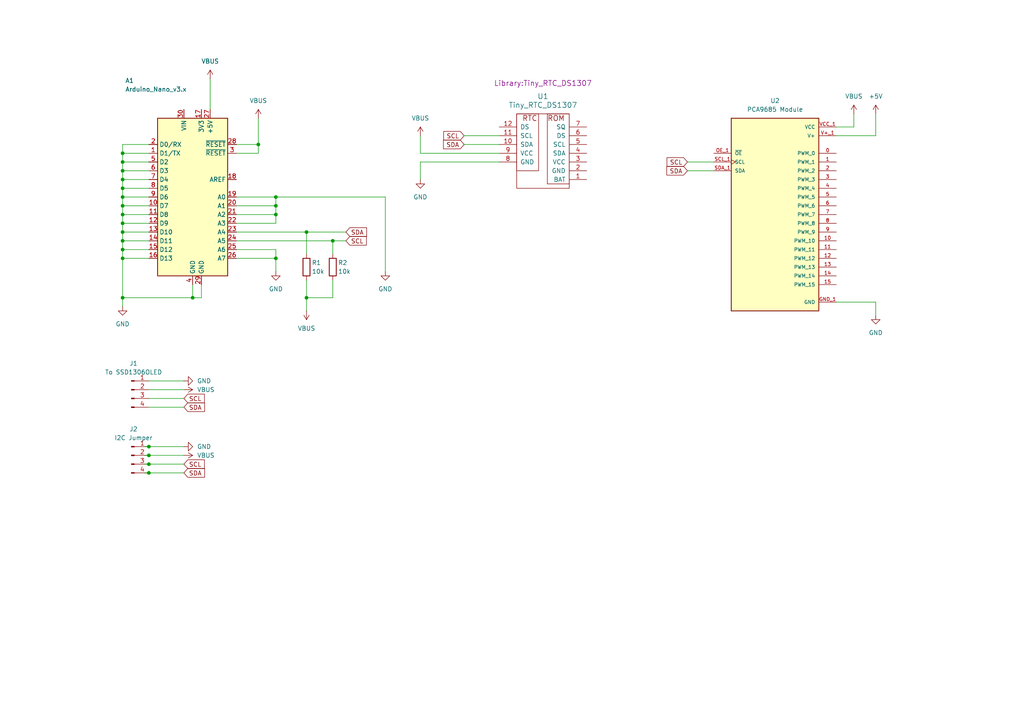
<source format=kicad_sch>
(kicad_sch (version 20250114) (generator "eeschema") (generator_version "9.0")
  (paper "A4")
  (title_block (title "funny robot friend") (date "2026-02-05") (company "Ninoduino") (comment 1 "Capstone 2026") (comment 2 "Nino Misic, Aidan Frebrian"))
  (lib_symbols
    (symbol "815:815" (pin_names (offset 1.016))
      (property "Reference" "U" (at -12.7 28.702 0))
      (property "Value" "815" (at -12.7 -30.48 0))
      (symbol "815_0_0"
        (rectangle (start -12.7 -27.94) (end 12.7 27.94) (stroke (width 0.254)) (fill (type background)))
        (pin input line (at -17.78 17.78 0) (length 5.08) (name "~{OE}") (number "OE_1"))
        (pin input line (at -17.78 17.78 0) (length 5.08) (hide yes) (name "~{OE}") (number "OE_2"))
        (pin input clock (at -17.78 15.24 0) (length 5.08) (name "SCL") (number "SCL_1"))
        (pin input clock (at -17.78 15.24 0) (length 5.08) (hide yes) (name "SCL") (number "SCL_2"))
        (pin bidirectional line (at -17.78 12.7 0) (length 5.08) (name "SDA") (number "SDA_1"))
        (pin bidirectional line (at -17.78 12.7 0) (length 5.08) (hide yes) (name "SDA") (number "SDA_2"))
        (pin power_in line (at 17.78 25.4 180) (length 5.08) (name "VCC") (number "VCC_1"))
        (pin power_in line (at 17.78 25.4 180) (length 5.08) (hide yes) (name "VCC") (number "VCC_2"))
        (pin power_in line (at 17.78 22.86 180) (length 5.08) (name "V+") (number "V+_1"))
        (pin power_in line (at 17.78 22.86 180) (length 5.08) (hide yes) (name "V+") (number "V+_10"))
        (pin power_in line (at 17.78 22.86 180) (length 5.08) (hide yes) (name "V+") (number "V+_11"))
        (pin power_in line (at 17.78 22.86 180) (length 5.08) (hide yes) (name "V+") (number "V+_12"))
        (pin power_in line (at 17.78 22.86 180) (length 5.08) (hide yes) (name "V+") (number "V+_13"))
        (pin power_in line (at 17.78 22.86 180) (length 5.08) (hide yes) (name "V+") (number "V+_14"))
        (pin power_in line (at 17.78 22.86 180) (length 5.08) (hide yes) (name "V+") (number "V+_15"))
        (pin power_in line (at 17.78 22.86 180) (length 5.08) (hide yes) (name "V+") (number "V+_16"))
        (pin power_in line (at 17.78 22.86 180) (length 5.08) (hide yes) (name "V+") (number "V+_17"))
        (pin power_in line (at 17.78 22.86 180) (length 5.08) (hide yes) (name "V+") (number "V+_18"))
        (pin power_in line (at 17.78 22.86 180) (length 5.08) (hide yes) (name "V+") (number "V+_2"))
        (pin power_in line (at 17.78 22.86 180) (length 5.08) (hide yes) (name "V+") (number "V+_3"))
        (pin power_in line (at 17.78 22.86 180) (length 5.08) (hide yes) (name "V+") (number "V+_4"))
        (pin power_in line (at 17.78 22.86 180) (length 5.08) (hide yes) (name "V+") (number "V+_5"))
        (pin power_in line (at 17.78 22.86 180) (length 5.08) (hide yes) (name "V+") (number "V+_6"))
        (pin power_in line (at 17.78 22.86 180) (length 5.08) (hide yes) (name "V+") (number "V+_7"))
        (pin power_in line (at 17.78 22.86 180) (length 5.08) (hide yes) (name "V+") (number "V+_8"))
        (pin power_in line (at 17.78 22.86 180) (length 5.08) (hide yes) (name "V+") (number "V+_9"))
        (pin output line (at 17.78 17.78 180) (length 5.08) (name "PWM_0") (number "0"))
        (pin output line (at 17.78 15.24 180) (length 5.08) (name "PWM_1") (number "1"))
        (pin output line (at 17.78 12.7 180) (length 5.08) (name "PWM_2") (number "2"))
        (pin output line (at 17.78 10.16 180) (length 5.08) (name "PWM_3") (number "3"))
        (pin output line (at 17.78 7.62 180) (length 5.08) (name "PWM_4") (number "4"))
        (pin output line (at 17.78 5.08 180) (length 5.08) (name "PWM_5") (number "5"))
        (pin output line (at 17.78 2.54 180) (length 5.08) (name "PWM_6") (number "6"))
        (pin output line (at 17.78 0 180) (length 5.08) (name "PWM_7") (number "7"))
        (pin output line (at 17.78 -2.54 180) (length 5.08) (name "PWM_8") (number "8"))
        (pin output line (at 17.78 -5.08 180) (length 5.08) (name "PWM_9") (number "9"))
        (pin output line (at 17.78 -7.62 180) (length 5.08) (name "PWM_10") (number "10"))
        (pin output line (at 17.78 -10.16 180) (length 5.08) (name "PWM_11") (number "11"))
        (pin output line (at 17.78 -12.7 180) (length 5.08) (name "PWM_12") (number "12"))
        (pin output line (at 17.78 -15.24 180) (length 5.08) (name "PWM_13") (number "13"))
        (pin output line (at 17.78 -17.78 180) (length 5.08) (name "PWM_14") (number "14"))
        (pin output line (at 17.78 -20.32 180) (length 5.08) (name "PWM_15") (number "15"))
        (pin power_in line (at 17.78 -25.4 180) (length 5.08) (name "GND") (number "GND_1"))
        (pin power_in line (at 17.78 -25.4 180) (length 5.08) (hide yes) (name "GND") (number "GND_10"))
        (pin power_in line (at 17.78 -25.4 180) (length 5.08) (hide yes) (name "GND") (number "GND_11"))
        (pin power_in line (at 17.78 -25.4 180) (length 5.08) (hide yes) (name "GND") (number "GND_12"))
        (pin power_in line (at 17.78 -25.4 180) (length 5.08) (hide yes) (name "GND") (number "GND_13"))
        (pin power_in line (at 17.78 -25.4 180) (length 5.08) (hide yes) (name "GND") (number "GND_14"))
        (pin power_in line (at 17.78 -25.4 180) (length 5.08) (hide yes) (name "GND") (number "GND_15"))
        (pin power_in line (at 17.78 -25.4 180) (length 5.08) (hide yes) (name "GND") (number "GND_16"))
        (pin power_in line (at 17.78 -25.4 180) (length 5.08) (hide yes) (name "GND") (number "GND_17"))
        (pin power_in line (at 17.78 -25.4 180) (length 5.08) (hide yes) (name "GND") (number "GND_18"))
        (pin power_in line (at 17.78 -25.4 180) (length 5.08) (hide yes) (name "GND") (number "GND_2"))
        (pin power_in line (at 17.78 -25.4 180) (length 5.08) (hide yes) (name "GND") (number "GND_3"))
        (pin power_in line (at 17.78 -25.4 180) (length 5.08) (hide yes) (name "GND") (number "GND_4"))
        (pin power_in line (at 17.78 -25.4 180) (length 5.08) (hide yes) (name "GND") (number "GND_5"))
        (pin power_in line (at 17.78 -25.4 180) (length 5.08) (hide yes) (name "GND") (number "GND_6"))
        (pin power_in line (at 17.78 -25.4 180) (length 5.08) (hide yes) (name "GND") (number "GND_7"))
        (pin power_in line (at 17.78 -25.4 180) (length 5.08) (hide yes) (name "GND") (number "GND_8"))
        (pin power_in line (at 17.78 -25.4 180) (length 5.08) (hide yes) (name "GND") (number "GND_9"))
      )
    )
    (symbol "Connector:Conn_01x04_Pin" (pin_names (offset 1.016) (hide yes))
      (property "Reference" "J" (at 0 5.08 0))
      (property "Value" "Conn_01x04_Pin" (at 0 -7.62 0))
      (symbol "Conn_01x04_Pin_1_1"
        (rectangle (start 0.8636 2.667) (end 0 2.413) (stroke (width 0.1524)) (fill (type outline)))
        (rectangle (start 0.8636 0.127) (end 0 -0.127) (stroke (width 0.1524)) (fill (type outline)))
        (rectangle (start 0.8636 -2.413) (end 0 -2.667) (stroke (width 0.1524)) (fill (type outline)))
        (rectangle (start 0.8636 -4.953) (end 0 -5.207) (stroke (width 0.1524)) (fill (type outline)))
        (polyline (pts (xy 1.27 2.54) (xy 0.8636 2.54)) (stroke (width 0.1524)))
        (polyline (pts (xy 1.27 0) (xy 0.8636 0)) (stroke (width 0.1524)))
        (polyline (pts (xy 1.27 -2.54) (xy 0.8636 -2.54)) (stroke (width 0.1524)))
        (polyline (pts (xy 1.27 -5.08) (xy 0.8636 -5.08)) (stroke (width 0.1524)))
        (pin passive line (at 5.08 2.54 180) (length 3.81) (name "Pin_1") (number "1"))
        (pin passive line (at 5.08 0 180) (length 3.81) (name "Pin_2") (number "2"))
        (pin passive line (at 5.08 -2.54 180) (length 3.81) (name "Pin_3") (number "3"))
        (pin passive line (at 5.08 -5.08 180) (length 3.81) (name "Pin_4") (number "4"))
      )
    )
    (symbol "Device:R" (pin_numbers (hide yes)) (pin_names (offset 0))
      (property "Reference" "R" (at 2.032 0 90))
      (property "Value" "R" (at 0 0 90))
      (symbol "R_0_1"
        (rectangle (start -1.016 -2.54) (end 1.016 2.54) (stroke (width 0.254)))
      )
      (symbol "R_1_1"
        (pin passive line (at 0 3.81 270) (length 1.27) (name "~") (number "1"))
        (pin passive line (at 0 -3.81 90) (length 1.27) (name "~") (number "2"))
      )
    )
    (symbol "MCU_Module:Arduino_Nano_v3.x"
      (property "Reference" "A" (at -10.16 23.495 0))
      (property "Value" "Arduino_Nano_v3.x" (at 5.08 -24.13 0))
      (symbol "Arduino_Nano_v3.x_0_1"
        (rectangle (start -10.16 22.86) (end 10.16 -22.86) (stroke (width 0.254)) (fill (type background)))
      )
      (symbol "Arduino_Nano_v3.x_1_1"
        (pin bidirectional line (at -12.7 15.24 0) (length 2.54) (name "D0/RX") (number "2"))
        (pin bidirectional line (at -12.7 12.7 0) (length 2.54) (name "D1/TX") (number "1"))
        (pin bidirectional line (at -12.7 10.16 0) (length 2.54) (name "D2") (number "5"))
        (pin bidirectional line (at -12.7 7.62 0) (length 2.54) (name "D3") (number "6"))
        (pin bidirectional line (at -12.7 5.08 0) (length 2.54) (name "D4") (number "7"))
        (pin bidirectional line (at -12.7 2.54 0) (length 2.54) (name "D5") (number "8"))
        (pin bidirectional line (at -12.7 0 0) (length 2.54) (name "D6") (number "9"))
        (pin bidirectional line (at -12.7 -2.54 0) (length 2.54) (name "D7") (number "10"))
        (pin bidirectional line (at -12.7 -5.08 0) (length 2.54) (name "D8") (number "11"))
        (pin bidirectional line (at -12.7 -7.62 0) (length 2.54) (name "D9") (number "12"))
        (pin bidirectional line (at -12.7 -10.16 0) (length 2.54) (name "D10") (number "13"))
        (pin bidirectional line (at -12.7 -12.7 0) (length 2.54) (name "D11") (number "14"))
        (pin bidirectional line (at -12.7 -15.24 0) (length 2.54) (name "D12") (number "15"))
        (pin bidirectional line (at -12.7 -17.78 0) (length 2.54) (name "D13") (number "16"))
        (pin power_in line (at -2.54 25.4 270) (length 2.54) (name "VIN") (number "30"))
        (pin power_in line (at 0 -25.4 90) (length 2.54) (name "GND") (number "4"))
        (pin power_out line (at 2.54 25.4 270) (length 2.54) (name "3V3") (number "17"))
        (pin power_in line (at 2.54 -25.4 90) (length 2.54) (name "GND") (number "29"))
        (pin power_out line (at 5.08 25.4 270) (length 2.54) (name "+5V") (number "27"))
        (pin input line (at 12.7 15.24 180) (length 2.54) (name "~{RESET}") (number "28"))
        (pin input line (at 12.7 12.7 180) (length 2.54) (name "~{RESET}") (number "3"))
        (pin input line (at 12.7 5.08 180) (length 2.54) (name "AREF") (number "18"))
        (pin bidirectional line (at 12.7 0 180) (length 2.54) (name "A0") (number "19"))
        (pin bidirectional line (at 12.7 -2.54 180) (length 2.54) (name "A1") (number "20"))
        (pin bidirectional line (at 12.7 -5.08 180) (length 2.54) (name "A2") (number "21"))
        (pin bidirectional line (at 12.7 -7.62 180) (length 2.54) (name "A3") (number "22"))
        (pin bidirectional line (at 12.7 -10.16 180) (length 2.54) (name "A4") (number "23"))
        (pin bidirectional line (at 12.7 -12.7 180) (length 2.54) (name "A5") (number "24"))
        (pin bidirectional line (at 12.7 -15.24 180) (length 2.54) (name "A6") (number "25"))
        (pin bidirectional line (at 12.7 -17.78 180) (length 2.54) (name "A7") (number "26"))
      )
    )
    (symbol "crumpschemes:Tiny_RTC_DS1307" (pin_names (offset 1.016))
      (property "Reference" "U" (at 0 15.24 0))
      (property "Value" "Tiny_RTC_DS1307" (at 0 -11.43 0))
      (symbol "Tiny_RTC_DS1307_0_0"
        (rectangle (start -7.62 12.7) (end 7.62 -8.89))
        (rectangle (start -1.27 12.7) (end -7.62 -3.81))
        (rectangle (start 1.27 12.7) (end 7.62 -7.62))
        (text "RTC" (at -3.81 11.43 0) (effects (font (size 1.524 1.524))))
        (text "ROM" (at 3.81 11.43 0) (effects (font (size 1.524 1.524))))
      )
      (symbol "Tiny_RTC_DS1307_1_1"
        (pin bidirectional line (at -12.7 8.89 0) (length 5.08) (name "DS") (number "12"))
        (pin bidirectional line (at -12.7 6.35 0) (length 5.08) (name "SCL") (number "11"))
        (pin bidirectional line (at -12.7 3.81 0) (length 5.08) (name "SDA") (number "10"))
        (pin power_in line (at -12.7 1.27 0) (length 5.08) (name "VCC") (number "9"))
        (pin power_in line (at -12.7 -1.27 0) (length 5.08) (name "GND") (number "8"))
        (pin bidirectional line (at 12.7 8.89 180) (length 5.08) (name "SQ") (number "7"))
        (pin bidirectional line (at 12.7 6.35 180) (length 5.08) (name "DS") (number "6"))
        (pin bidirectional line (at 12.7 3.81 180) (length 5.08) (name "SCL") (number "5"))
        (pin bidirectional line (at 12.7 1.27 180) (length 5.08) (name "SDA") (number "4"))
        (pin power_in line (at 12.7 -1.27 180) (length 5.08) (name "VCC") (number "3"))
        (pin power_in line (at 12.7 -3.81 180) (length 5.08) (name "GND") (number "2"))
        (pin bidirectional line (at 12.7 -6.35 180) (length 5.08) (name "BAT") (number "1"))
      )
    )
    (symbol "power:+5V" (power) (pin_numbers (hide yes)) (pin_names (offset 0) (hide yes))
      (property "Value" "+5V" (at 0 3.556 0))
      (symbol "+5V_0_1"
        (polyline (pts (xy -0.762 1.27) (xy 0 2.54)))
        (polyline (pts (xy 0 2.54) (xy 0.762 1.27)))
        (polyline (pts (xy 0 0) (xy 0 2.54)))
      )
      (symbol "+5V_1_1"
        (pin power_in line (at 0 0 90) (length 0) (name "~") (number "1"))
      )
    )
    (symbol "power:GND" (power) (pin_numbers (hide yes)) (pin_names (offset 0) (hide yes))
      (property "Value" "GND" (at 0 -3.81 0))
      (symbol "GND_0_1"
        (polyline (pts (xy 0 0) (xy 0 -1.27) (xy 1.27 -1.27) (xy 0 -2.54) (xy -1.27 -1.27) (xy 0 -1.27)))
      )
      (symbol "GND_1_1"
        (pin power_in line (at 0 0 270) (length 0) (name "~") (number "1"))
      )
    )
    (symbol "power:VBUS" (power) (pin_numbers (hide yes)) (pin_names (offset 0) (hide yes))
      (property "Value" "VBUS" (at 0 3.556 0))
      (symbol "VBUS_0_1"
        (polyline (pts (xy -0.762 1.27) (xy 0 2.54)))
        (polyline (pts (xy 0 2.54) (xy 0.762 1.27)))
        (polyline (pts (xy 0 0) (xy 0 2.54)))
      )
      (symbol "VBUS_1_1"
        (pin power_in line (at 0 0 90) (length 0) (name "~") (number "1"))
      )
    )
  )
  (junction (at 35.56 72.39))
  (junction (at 35.56 86.36))
  (junction (at 35.56 46.99))
  (junction (at 43.18 132.08))
  (junction (at 43.18 137.16))
  (junction (at 35.56 67.31))
  (junction (at 35.56 49.53))
  (junction (at 35.56 57.15))
  (junction (at 35.56 64.77))
  (junction (at 80.01 62.23))
  (junction (at 35.56 59.69))
  (junction (at 88.9 67.31))
  (junction (at 35.56 44.45))
  (junction (at 88.9 86.36))
  (junction (at 80.01 57.15))
  (junction (at 96.52 69.85))
  (junction (at 43.18 129.54))
  (junction (at 80.01 59.69))
  (junction (at 35.56 69.85))
  (junction (at 74.93 41.91))
  (junction (at 35.56 54.61))
  (junction (at 35.56 52.07))
  (junction (at 35.56 74.93))
  (junction (at 80.01 74.93))
  (junction (at 55.88 86.36))
  (junction (at 43.18 134.62))
  (junction (at 35.56 62.23))
  (wire (pts (xy 35.56 74.93) (xy 43.18 74.93)))
  (wire (pts (xy 247.65 36.83) (xy 242.57 36.83)))
  (wire (pts (xy 35.56 46.99) (xy 43.18 46.99)))
  (wire (pts (xy 247.65 33.02) (xy 247.65 36.83)))
  (wire (pts (xy 41.91 129.54) (xy 43.18 129.54)))
  (wire (pts (xy 68.58 72.39) (xy 80.01 72.39)))
  (wire (pts (xy 68.58 41.91) (xy 74.93 41.91)))
  (wire (pts (xy 80.01 72.39) (xy 80.01 74.93)))
  (wire (pts (xy 35.56 69.85) (xy 35.56 72.39)))
  (wire (pts (xy 88.9 81.28) (xy 88.9 86.36)))
  (wire (pts (xy 144.78 44.45) (xy 121.92 44.45)))
  (wire (pts (xy 80.01 64.77) (xy 68.58 64.77)))
  (wire (pts (xy 43.18 113.03) (xy 53.34 113.03)))
  (wire (pts (xy 35.56 69.85) (xy 43.18 69.85)))
  (wire (pts (xy 80.01 74.93) (xy 80.01 78.74)))
  (wire (pts (xy 35.56 59.69) (xy 35.56 62.23)))
  (wire (pts (xy 43.18 134.62) (xy 53.34 134.62)))
  (wire (pts (xy 35.56 72.39) (xy 43.18 72.39)))
  (wire (pts (xy 88.9 67.31) (xy 100.33 67.31)))
  (wire (pts (xy 55.88 86.36) (xy 35.56 86.36)))
  (wire (pts (xy 68.58 62.23) (xy 80.01 62.23)))
  (wire (pts (xy 199.39 49.53) (xy 207.01 49.53)))
  (wire (pts (xy 134.62 39.37) (xy 144.78 39.37)))
  (wire (pts (xy 35.56 52.07) (xy 43.18 52.07)))
  (wire (pts (xy 68.58 44.45) (xy 74.93 44.45)))
  (wire (pts (xy 58.42 82.55) (xy 58.42 86.36)))
  (wire (pts (xy 80.01 62.23) (xy 80.01 64.77)))
  (wire (pts (xy 96.52 69.85) (xy 96.52 73.66)))
  (wire (pts (xy 144.78 46.99) (xy 121.92 46.99)))
  (wire (pts (xy 41.91 137.16) (xy 43.18 137.16)))
  (wire (pts (xy 35.56 49.53) (xy 43.18 49.53)))
  (wire (pts (xy 41.91 134.62) (xy 43.18 134.62)))
  (wire (pts (xy 35.56 54.61) (xy 43.18 54.61)))
  (wire (pts (xy 254 87.63) (xy 254 91.44)))
  (wire (pts (xy 80.01 57.15) (xy 80.01 59.69)))
  (wire (pts (xy 43.18 41.91) (xy 35.56 41.91)))
  (wire (pts (xy 35.56 59.69) (xy 43.18 59.69)))
  (wire (pts (xy 96.52 81.28) (xy 96.52 86.36)))
  (wire (pts (xy 35.56 54.61) (xy 35.56 57.15)))
  (wire (pts (xy 68.58 57.15) (xy 80.01 57.15)))
  (wire (pts (xy 43.18 110.49) (xy 53.34 110.49)))
  (wire (pts (xy 35.56 52.07) (xy 35.56 54.61)))
  (wire (pts (xy 96.52 69.85) (xy 100.33 69.85)))
  (wire (pts (xy 111.76 78.74) (xy 111.76 57.15)))
  (wire (pts (xy 80.01 74.93) (xy 68.58 74.93)))
  (wire (pts (xy 88.9 67.31) (xy 88.9 73.66)))
  (wire (pts (xy 35.56 41.91) (xy 35.56 44.45)))
  (wire (pts (xy 88.9 86.36) (xy 88.9 90.17)))
  (wire (pts (xy 242.57 39.37) (xy 254 39.37)))
  (wire (pts (xy 68.58 59.69) (xy 80.01 59.69)))
  (wire (pts (xy 43.18 132.08) (xy 53.34 132.08)))
  (wire (pts (xy 111.76 57.15) (xy 80.01 57.15)))
  (wire (pts (xy 43.18 129.54) (xy 53.34 129.54)))
  (wire (pts (xy 35.56 74.93) (xy 35.56 86.36)))
  (wire (pts (xy 96.52 86.36) (xy 88.9 86.36)))
  (wire (pts (xy 121.92 44.45) (xy 121.92 39.37)))
  (wire (pts (xy 43.18 137.16) (xy 53.34 137.16)))
  (wire (pts (xy 80.01 59.69) (xy 80.01 62.23)))
  (wire (pts (xy 35.56 86.36) (xy 35.56 88.9)))
  (wire (pts (xy 35.56 67.31) (xy 35.56 69.85)))
  (wire (pts (xy 35.56 49.53) (xy 35.56 52.07)))
  (wire (pts (xy 121.92 46.99) (xy 121.92 52.07)))
  (wire (pts (xy 35.56 62.23) (xy 35.56 64.77)))
  (wire (pts (xy 35.56 62.23) (xy 43.18 62.23)))
  (wire (pts (xy 242.57 87.63) (xy 254 87.63)))
  (wire (pts (xy 35.56 57.15) (xy 35.56 59.69)))
  (wire (pts (xy 199.39 46.99) (xy 207.01 46.99)))
  (wire (pts (xy 68.58 67.31) (xy 88.9 67.31)))
  (wire (pts (xy 35.56 44.45) (xy 35.56 46.99)))
  (wire (pts (xy 35.56 72.39) (xy 35.56 74.93)))
  (wire (pts (xy 254 33.02) (xy 254 39.37)))
  (wire (pts (xy 35.56 57.15) (xy 43.18 57.15)))
  (wire (pts (xy 134.62 41.91) (xy 144.78 41.91)))
  (wire (pts (xy 43.18 115.57) (xy 53.34 115.57)))
  (wire (pts (xy 43.18 67.31) (xy 35.56 67.31)))
  (wire (pts (xy 43.18 118.11) (xy 53.34 118.11)))
  (wire (pts (xy 41.91 132.08) (xy 43.18 132.08)))
  (wire (pts (xy 74.93 44.45) (xy 74.93 41.91)))
  (wire (pts (xy 74.93 34.29) (xy 74.93 41.91)))
  (wire (pts (xy 68.58 69.85) (xy 96.52 69.85)))
  (wire (pts (xy 55.88 82.55) (xy 55.88 86.36)))
  (wire (pts (xy 35.56 64.77) (xy 43.18 64.77)))
  (wire (pts (xy 35.56 46.99) (xy 35.56 49.53)))
  (wire (pts (xy 35.56 44.45) (xy 43.18 44.45)))
  (wire (pts (xy 58.42 86.36) (xy 55.88 86.36)))
  (wire (pts (xy 60.96 22.86) (xy 60.96 31.75)))
  (wire (pts (xy 35.56 64.77) (xy 35.56 67.31)))
  (global_label "SDA" (shape input) (at 134.62 41.91 180) (property "Intersheetrefs" "${INTERSHEET_REFS}" (effects (hide yes))))
  (global_label "SDA" (shape input) (at 100.33 67.31 0) (property "Intersheetrefs" "${INTERSHEET_REFS}" (effects (hide yes))))
  (global_label "SCL" (shape input) (at 53.34 134.62 0) (property "Intersheetrefs" "${INTERSHEET_REFS}" (effects (hide yes))))
  (global_label "SCL" (shape input) (at 134.62 39.37 180) (property "Intersheetrefs" "${INTERSHEET_REFS}" (effects (hide yes))))
  (global_label "SDA" (shape input) (at 199.39 49.53 180) (property "Intersheetrefs" "${INTERSHEET_REFS}" (effects (hide yes))))
  (global_label "SCL" (shape input) (at 199.39 46.99 180) (property "Intersheetrefs" "${INTERSHEET_REFS}" (effects (hide yes))))
  (global_label "SDA" (shape input) (at 53.34 118.11 0) (property "Intersheetrefs" "${INTERSHEET_REFS}" (effects (hide yes))))
  (global_label "SDA" (shape input) (at 53.34 137.16 0) (property "Intersheetrefs" "${INTERSHEET_REFS}" (effects (hide yes))))
  (global_label "SCL" (shape input) (at 53.34 115.57 0) (property "Intersheetrefs" "${INTERSHEET_REFS}" (effects (hide yes))))
  (global_label "SCL" (shape input) (at 100.33 69.85 0) (property "Intersheetrefs" "${INTERSHEET_REFS}" (effects (hide yes))))
  (symbol (lib_id "power:VBUS") (at 121.92 39.37 0) (unit 1)
    (property "Reference" "#PWR06" (effects (hide yes)))
    (property "Value" "VBUS" (at 121.92 34.29 0))
    (property "Description" "Power symbol creates a global label with name \"VBUS\"" (effects (hide yes)))
  )
  (symbol (lib_id "power:GND") (at 121.92 52.07 0) (unit 1)
    (property "Reference" "#PWR05" (effects (hide yes)))
    (property "Value" "GND" (at 121.92 57.15 0))
    (property "Description" "Power symbol creates a global label with name \"GND\" , ground" (effects (hide yes)))
  )
  (symbol (lib_id "Connector:Conn_01x04_Pin") (at 38.1 132.08 0) (unit 1)
    (property "Reference" "J2" (at 38.735 124.46 0))
    (property "Value" "I2C Jumper" (at 38.735 127 0))
    (property "Footprint" "Connector_JST:JST_XH_B4B-XH-A_1x04_P2.50mm_Vertical" (effects (hide yes)))
    (property "Description" "Generic connector, single row, 01x04, script generated" (effects (hide yes)))
  )
  (symbol (lib_id "power:GND") (at 254 91.44 0) (unit 1)
    (property "Reference" "#PWR08" (effects (hide yes)))
    (property "Value" "GND" (at 254 96.52 0))
    (property "Description" "Power symbol creates a global label with name \"GND\" , ground" (effects (hide yes)))
  )
  (symbol (lib_id "power:GND") (at 35.56 88.9 0) (unit 1)
    (property "Reference" "#PWR01" (effects (hide yes)))
    (property "Value" "GND" (at 35.56 93.98 0))
    (property "Description" "Power symbol creates a global label with name \"GND\" , ground" (effects (hide yes)))
  )
  (symbol (lib_id "power:VBUS") (at 53.34 113.03 270) (unit 1)
    (property "Reference" "#PWR012" (effects (hide yes)))
    (property "Value" "VBUS" (at 57.15 113.0299 90) (effects (justify left)))
    (property "Description" "Power symbol creates a global label with name \"VBUS\"" (effects (hide yes)))
  )
  (symbol (lib_id "power:+5V") (at 254 33.02 0) (unit 1)
    (property "Reference" "#PWR07" (effects (hide yes)))
    (property "Value" "+5V" (at 254 27.94 0))
    (property "Description" "Power symbol creates a global label with name \"+5V\"" (effects (hide yes)))
  )
  (symbol (lib_id "MCU_Module:Arduino_Nano_v3.x") (at 55.88 57.15 0) (unit 1)
    (property "Reference" "A1" (at 36.322 23.368 0) (effects (justify left)))
    (property "Value" "Arduino_Nano_v3.x" (at 36.322 25.908 0) (effects (justify left)))
    (property "Footprint" "Module:Arduino_Nano" (effects (hide yes)))
    (property "Datasheet" "http://www.mouser.com/pdfdocs/Gravitech_Arduino_Nano3_0.pdf" (effects (hide yes)))
    (property "Description" "Arduino Nano v3.x" (effects (hide yes)))
  )
  (symbol (lib_id "Device:R") (at 88.9 77.47 0) (unit 1)
    (property "Reference" "R1" (at 90.424 76.2 0) (effects (justify left)))
    (property "Value" "10k" (at 90.424 78.74 0) (effects (justify left)))
    (property "Footprint" "Resistor_THT:R_Axial_DIN0207_L6.3mm_D2.5mm_P7.62mm_Horizontal" (effects (hide yes)))
    (property "Description" "Resistor" (effects (hide yes)))
  )
  (symbol (lib_id "power:VBUS") (at 247.65 33.02 0) (unit 1)
    (property "Reference" "#PWR010" (effects (hide yes)))
    (property "Value" "VBUS" (at 247.65 27.94 0))
    (property "Description" "Power symbol creates a global label with name \"VBUS\"" (effects (hide yes)))
  )
  (symbol (lib_id "power:GND") (at 111.76 78.74 0) (unit 1)
    (property "Reference" "#PWR03" (effects (hide yes)))
    (property "Value" "GND" (at 111.76 83.82 0))
    (property "Description" "Power symbol creates a global label with name \"GND\" , ground" (effects (hide yes)))
  )
  (symbol (lib_id "power:VBUS") (at 74.93 34.29 0) (unit 1)
    (property "Reference" "#PWR02" (effects (hide yes)))
    (property "Value" "VBUS" (at 74.93 29.21 0))
    (property "Description" "Power symbol creates a global label with name \"VBUS\"" (effects (hide yes)))
  )
  (symbol (lib_id "power:VBUS") (at 88.9 90.17 180) (unit 1)
    (property "Reference" "#PWR013" (effects (hide yes)))
    (property "Value" "VBUS" (at 88.9 95.25 0))
    (property "Description" "Power symbol creates a global label with name \"VBUS\"" (effects (hide yes)))
  )
  (symbol (lib_id "Device:R") (at 96.52 77.47 0) (unit 1)
    (property "Reference" "R2" (at 98.044 76.2 0) (effects (justify left)))
    (property "Value" "10k" (at 98.044 78.74 0) (effects (justify left)))
    (property "Footprint" "Resistor_THT:R_Axial_DIN0207_L6.3mm_D2.5mm_P7.62mm_Horizontal" (effects (hide yes)))
    (property "Description" "Resistor" (effects (hide yes)))
  )
  (symbol (lib_id "Connector:Conn_01x04_Pin") (at 38.1 113.03 0) (unit 1)
    (property "Reference" "J1" (at 38.735 105.41 0))
    (property "Value" "To SSD1306OLED" (at 38.735 107.95 0))
    (property "Footprint" "Connector_JST:JST_XH_B4B-XH-A_1x04_P2.50mm_Vertical" (effects (hide yes)))
    (property "Description" "Generic connector, single row, 01x04, script generated" (effects (hide yes)))
  )
  (symbol (lib_id "power:VBUS") (at 53.34 132.08 270) (unit 1)
    (property "Reference" "#PWR015" (effects (hide yes)))
    (property "Value" "VBUS" (at 57.15 132.0799 90) (effects (justify left)))
    (property "Description" "Power symbol creates a global label with name \"VBUS\"" (effects (hide yes)))
  )
  (symbol (lib_id "power:GND") (at 53.34 110.49 90) (unit 1)
    (property "Reference" "#PWR011" (effects (hide yes)))
    (property "Value" "GND" (at 57.15 110.4899 90) (effects (justify right)))
    (property "Description" "Power symbol creates a global label with name \"GND\" , ground" (effects (hide yes)))
  )
  (symbol (lib_id "815:815") (at 224.79 62.23 0) (unit 1)
    (property "Reference" "U2" (at 224.79 29.21 0))
    (property "Value" "PCA9685 Module" (at 224.79 31.75 0))
    (property "Footprint" "Library:MODULE_815" (effects (hide yes)))
    (property "MF" "Adafruit" (effects (hide yes)))
    (property "SNAPEDA_PACKAGE_ID" "124074" (effects (hide yes)))
    (property "Package" "Non-Standard Adafruit" (effects (hide yes)))
    (property "Price" "None" (effects (hide yes)))
    (property "Check_prices" "https://www.snapeda.com/parts/815/Adafruit+Industries/view-part/?ref=eda" (effects (hide yes)))
    (property "STANDARD" "Manufacturer Recommendations" (effects (hide yes)))
    (property "PARTREV" "C" (effects (hide yes)))
    (property "SnapEDA_Link" "https://www.snapeda.com/parts/815/Adafruit+Industries/view-part/?ref=snap" (effects (hide yes)))
    (property "MP" "815" (effects (hide yes)))
    (property "Purchase-URL" "https://www.snapeda.com/api/url_track_click_mouser/?unipart_id=4816438&manufacturer=Adafruit&part_name=815&search_term=None" (effects (hide yes)))
    (property "Description_1" "Adafruit 16-Channel 12-bit PWM/Servo Driver - I2C interface - PCA9685" (effects (hide yes)))
    (property "MANUFACTURER" "Adafruit" (effects (hide yes)))
    (property "Availability" "In Stock" (effects (hide yes)))
    (property "MAXIMUM_PACKAGE_HEIGHT" "N/A" (effects (hide yes)))
  )
  (symbol (lib_id "power:GND") (at 53.34 129.54 90) (unit 1)
    (property "Reference" "#PWR014" (effects (hide yes)))
    (property "Value" "GND" (at 57.15 129.5399 90) (effects (justify right)))
    (property "Description" "Power symbol creates a global label with name \"GND\" , ground" (effects (hide yes)))
  )
  (symbol (lib_id "power:VBUS") (at 60.96 22.86 0) (unit 1)
    (property "Reference" "#PWR09" (effects (hide yes)))
    (property "Value" "VBUS" (at 60.96 17.78 0))
    (property "Description" "Power symbol creates a global label with name \"VBUS\"" (effects (hide yes)))
  )
  (symbol (lib_id "power:GND") (at 80.01 78.74 0) (unit 1)
    (property "Reference" "#PWR04" (effects (hide yes)))
    (property "Value" "GND" (at 80.01 83.82 0))
    (property "Description" "Power symbol creates a global label with name \"GND\" , ground" (effects (hide yes)))
  )
  (symbol (lib_id "crumpschemes:Tiny_RTC_DS1307") (at 157.48 45.72 0) (unit 1)
    (property "Reference" "U1" (at 157.48 27.94 0) (effects (font (size 1.524 1.524))))
    (property "Value" "Tiny_RTC_DS1307" (at 157.48 30.48 0) (effects (font (size 1.524 1.524))))
    (property "Footprint" "Library:Tiny_RTC_DS1307" (at 157.48 24.13 0) (effects (font (size 1.524 1.524))))
  )
)
</source>
